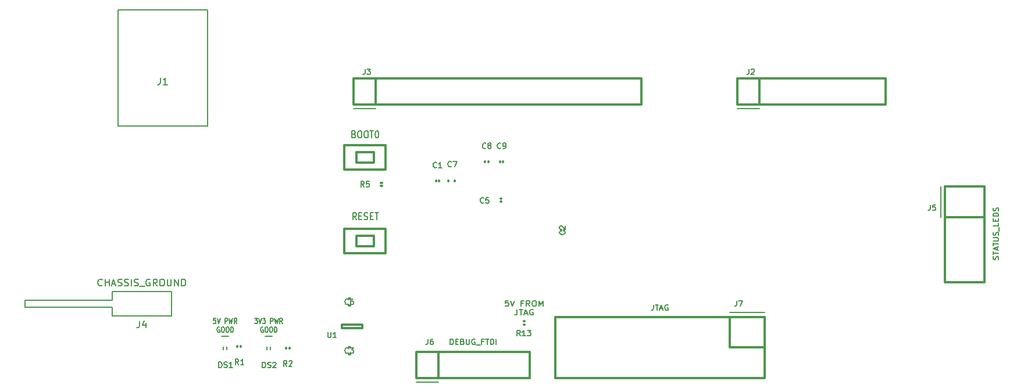
<source format=gbr>
G04 #@! TF.FileFunction,Legend,Top*
%FSLAX46Y46*%
G04 Gerber Fmt 4.6, Leading zero omitted, Abs format (unit mm)*
G04 Created by KiCad (PCBNEW 4.0.1-stable) date 6/6/2016 8:09:37 PM*
%MOMM*%
G01*
G04 APERTURE LIST*
%ADD10C,0.100000*%
%ADD11C,0.152400*%
%ADD12C,0.350000*%
%ADD13C,0.150000*%
%ADD14C,0.203200*%
G04 APERTURE END LIST*
D10*
D11*
X160316334Y-63552735D02*
X159893001Y-63552735D01*
X159850667Y-63939783D01*
X159893001Y-63901078D01*
X159977667Y-63862373D01*
X160189334Y-63862373D01*
X160274001Y-63901078D01*
X160316334Y-63939783D01*
X160358667Y-64017192D01*
X160358667Y-64210716D01*
X160316334Y-64288126D01*
X160274001Y-64326830D01*
X160189334Y-64365535D01*
X159977667Y-64365535D01*
X159893001Y-64326830D01*
X159850667Y-64288126D01*
X160612668Y-63552735D02*
X160909001Y-64365535D01*
X161205334Y-63552735D01*
X162475334Y-63939783D02*
X162179001Y-63939783D01*
X162179001Y-64365535D02*
X162179001Y-63552735D01*
X162602334Y-63552735D01*
X163449001Y-64365535D02*
X163152667Y-63978488D01*
X162941001Y-64365535D02*
X162941001Y-63552735D01*
X163279667Y-63552735D01*
X163364334Y-63591440D01*
X163406667Y-63630145D01*
X163449001Y-63707554D01*
X163449001Y-63823669D01*
X163406667Y-63901078D01*
X163364334Y-63939783D01*
X163279667Y-63978488D01*
X162941001Y-63978488D01*
X163999334Y-63552735D02*
X164168667Y-63552735D01*
X164253334Y-63591440D01*
X164338001Y-63668850D01*
X164380334Y-63823669D01*
X164380334Y-64094602D01*
X164338001Y-64249421D01*
X164253334Y-64326830D01*
X164168667Y-64365535D01*
X163999334Y-64365535D01*
X163914667Y-64326830D01*
X163830001Y-64249421D01*
X163787667Y-64094602D01*
X163787667Y-63823669D01*
X163830001Y-63668850D01*
X163914667Y-63591440D01*
X163999334Y-63552735D01*
X164761334Y-64365535D02*
X164761334Y-63552735D01*
X165057667Y-64133307D01*
X165354000Y-63552735D01*
X165354000Y-64365535D01*
X161586334Y-64843055D02*
X161586334Y-65423627D01*
X161544000Y-65539741D01*
X161459334Y-65617150D01*
X161332334Y-65655855D01*
X161247667Y-65655855D01*
X161882667Y-64843055D02*
X162390667Y-64843055D01*
X162136667Y-65655855D02*
X162136667Y-64843055D01*
X162644666Y-65423627D02*
X163068000Y-65423627D01*
X162560000Y-65655855D02*
X162856333Y-64843055D01*
X163152666Y-65655855D01*
X163914666Y-64881760D02*
X163830000Y-64843055D01*
X163703000Y-64843055D01*
X163576000Y-64881760D01*
X163491333Y-64959170D01*
X163449000Y-65036579D01*
X163406666Y-65191398D01*
X163406666Y-65307512D01*
X163449000Y-65462331D01*
X163491333Y-65539741D01*
X163576000Y-65617150D01*
X163703000Y-65655855D01*
X163787666Y-65655855D01*
X163914666Y-65617150D01*
X163957000Y-65578446D01*
X163957000Y-65307512D01*
X163787666Y-65307512D01*
X117701785Y-66092735D02*
X117399404Y-66092735D01*
X117369166Y-66479783D01*
X117399404Y-66441078D01*
X117459881Y-66402373D01*
X117611071Y-66402373D01*
X117671547Y-66441078D01*
X117701785Y-66479783D01*
X117732024Y-66557192D01*
X117732024Y-66750716D01*
X117701785Y-66828126D01*
X117671547Y-66866830D01*
X117611071Y-66905535D01*
X117459881Y-66905535D01*
X117399404Y-66866830D01*
X117369166Y-66828126D01*
X117913452Y-66092735D02*
X118125119Y-66905535D01*
X118336786Y-66092735D01*
X119032262Y-66905535D02*
X119032262Y-66092735D01*
X119274167Y-66092735D01*
X119334643Y-66131440D01*
X119364882Y-66170145D01*
X119395120Y-66247554D01*
X119395120Y-66363669D01*
X119364882Y-66441078D01*
X119334643Y-66479783D01*
X119274167Y-66518488D01*
X119032262Y-66518488D01*
X119606786Y-66092735D02*
X119757977Y-66905535D01*
X119878929Y-66324964D01*
X119999882Y-66905535D01*
X120151072Y-66092735D01*
X120755834Y-66905535D02*
X120544167Y-66518488D01*
X120392976Y-66905535D02*
X120392976Y-66092735D01*
X120634881Y-66092735D01*
X120695357Y-66131440D01*
X120725596Y-66170145D01*
X120755834Y-66247554D01*
X120755834Y-66363669D01*
X120725596Y-66441078D01*
X120695357Y-66479783D01*
X120634881Y-66518488D01*
X120392976Y-66518488D01*
X118246072Y-67421760D02*
X118185595Y-67383055D01*
X118094881Y-67383055D01*
X118004167Y-67421760D01*
X117943691Y-67499170D01*
X117913452Y-67576579D01*
X117883214Y-67731398D01*
X117883214Y-67847512D01*
X117913452Y-68002331D01*
X117943691Y-68079741D01*
X118004167Y-68157150D01*
X118094881Y-68195855D01*
X118155357Y-68195855D01*
X118246072Y-68157150D01*
X118276310Y-68118446D01*
X118276310Y-67847512D01*
X118155357Y-67847512D01*
X118669405Y-67383055D02*
X118790357Y-67383055D01*
X118850833Y-67421760D01*
X118911310Y-67499170D01*
X118941548Y-67653989D01*
X118941548Y-67924922D01*
X118911310Y-68079741D01*
X118850833Y-68157150D01*
X118790357Y-68195855D01*
X118669405Y-68195855D01*
X118608929Y-68157150D01*
X118548452Y-68079741D01*
X118518214Y-67924922D01*
X118518214Y-67653989D01*
X118548452Y-67499170D01*
X118608929Y-67421760D01*
X118669405Y-67383055D01*
X119334643Y-67383055D02*
X119455595Y-67383055D01*
X119516071Y-67421760D01*
X119576548Y-67499170D01*
X119606786Y-67653989D01*
X119606786Y-67924922D01*
X119576548Y-68079741D01*
X119516071Y-68157150D01*
X119455595Y-68195855D01*
X119334643Y-68195855D01*
X119274167Y-68157150D01*
X119213690Y-68079741D01*
X119183452Y-67924922D01*
X119183452Y-67653989D01*
X119213690Y-67499170D01*
X119274167Y-67421760D01*
X119334643Y-67383055D01*
X119878928Y-68195855D02*
X119878928Y-67383055D01*
X120030119Y-67383055D01*
X120120833Y-67421760D01*
X120181309Y-67499170D01*
X120211548Y-67576579D01*
X120241786Y-67731398D01*
X120241786Y-67847512D01*
X120211548Y-68002331D01*
X120181309Y-68079741D01*
X120120833Y-68157150D01*
X120030119Y-68195855D01*
X119878928Y-68195855D01*
X123386547Y-66092735D02*
X123779643Y-66092735D01*
X123567976Y-66402373D01*
X123658690Y-66402373D01*
X123719166Y-66441078D01*
X123749404Y-66479783D01*
X123779643Y-66557192D01*
X123779643Y-66750716D01*
X123749404Y-66828126D01*
X123719166Y-66866830D01*
X123658690Y-66905535D01*
X123477262Y-66905535D01*
X123416785Y-66866830D01*
X123386547Y-66828126D01*
X123961071Y-66092735D02*
X124172738Y-66905535D01*
X124384405Y-66092735D01*
X124535595Y-66092735D02*
X124928691Y-66092735D01*
X124717024Y-66402373D01*
X124807738Y-66402373D01*
X124868214Y-66441078D01*
X124898452Y-66479783D01*
X124928691Y-66557192D01*
X124928691Y-66750716D01*
X124898452Y-66828126D01*
X124868214Y-66866830D01*
X124807738Y-66905535D01*
X124626310Y-66905535D01*
X124565833Y-66866830D01*
X124535595Y-66828126D01*
X125684643Y-66905535D02*
X125684643Y-66092735D01*
X125926548Y-66092735D01*
X125987024Y-66131440D01*
X126017263Y-66170145D01*
X126047501Y-66247554D01*
X126047501Y-66363669D01*
X126017263Y-66441078D01*
X125987024Y-66479783D01*
X125926548Y-66518488D01*
X125684643Y-66518488D01*
X126259167Y-66092735D02*
X126410358Y-66905535D01*
X126531310Y-66324964D01*
X126652263Y-66905535D01*
X126803453Y-66092735D01*
X127408215Y-66905535D02*
X127196548Y-66518488D01*
X127045357Y-66905535D02*
X127045357Y-66092735D01*
X127287262Y-66092735D01*
X127347738Y-66131440D01*
X127377977Y-66170145D01*
X127408215Y-66247554D01*
X127408215Y-66363669D01*
X127377977Y-66441078D01*
X127347738Y-66479783D01*
X127287262Y-66518488D01*
X127045357Y-66518488D01*
X124596072Y-67421760D02*
X124535595Y-67383055D01*
X124444881Y-67383055D01*
X124354167Y-67421760D01*
X124293691Y-67499170D01*
X124263452Y-67576579D01*
X124233214Y-67731398D01*
X124233214Y-67847512D01*
X124263452Y-68002331D01*
X124293691Y-68079741D01*
X124354167Y-68157150D01*
X124444881Y-68195855D01*
X124505357Y-68195855D01*
X124596072Y-68157150D01*
X124626310Y-68118446D01*
X124626310Y-67847512D01*
X124505357Y-67847512D01*
X125019405Y-67383055D02*
X125140357Y-67383055D01*
X125200833Y-67421760D01*
X125261310Y-67499170D01*
X125291548Y-67653989D01*
X125291548Y-67924922D01*
X125261310Y-68079741D01*
X125200833Y-68157150D01*
X125140357Y-68195855D01*
X125019405Y-68195855D01*
X124958929Y-68157150D01*
X124898452Y-68079741D01*
X124868214Y-67924922D01*
X124868214Y-67653989D01*
X124898452Y-67499170D01*
X124958929Y-67421760D01*
X125019405Y-67383055D01*
X125684643Y-67383055D02*
X125805595Y-67383055D01*
X125866071Y-67421760D01*
X125926548Y-67499170D01*
X125956786Y-67653989D01*
X125956786Y-67924922D01*
X125926548Y-68079741D01*
X125866071Y-68157150D01*
X125805595Y-68195855D01*
X125684643Y-68195855D01*
X125624167Y-68157150D01*
X125563690Y-68079741D01*
X125533452Y-67924922D01*
X125533452Y-67653989D01*
X125563690Y-67499170D01*
X125624167Y-67421760D01*
X125684643Y-67383055D01*
X126228928Y-68195855D02*
X126228928Y-67383055D01*
X126380119Y-67383055D01*
X126470833Y-67421760D01*
X126531309Y-67499170D01*
X126561548Y-67576579D01*
X126591786Y-67731398D01*
X126591786Y-67847512D01*
X126561548Y-68002331D01*
X126531309Y-68079741D01*
X126470833Y-68157150D01*
X126380119Y-68195855D01*
X126228928Y-68195855D01*
D12*
X197612000Y-74803000D02*
X167132000Y-74803000D01*
X167132000Y-74803000D02*
X167132000Y-65913000D01*
X167132000Y-65913000D02*
X197612000Y-65913000D01*
X197612000Y-65913000D02*
X197612000Y-74803000D01*
X197612000Y-70358000D02*
X192532000Y-70358000D01*
X192532000Y-70358000D02*
X192532000Y-65913000D01*
D13*
X197612000Y-65278000D02*
X192532000Y-65278000D01*
D12*
X150208000Y-46147000D02*
X150208000Y-46055000D01*
X150208000Y-46055000D02*
X150208000Y-46147000D01*
X149766000Y-46147000D02*
X149766000Y-46055000D01*
X149766000Y-46055000D02*
X149766000Y-46147000D01*
X167990500Y-53230500D02*
X167990500Y-53322500D01*
X167990500Y-53322500D02*
X167990500Y-53230500D01*
X168432500Y-53230500D02*
X168432500Y-53322500D01*
X168432500Y-53322500D02*
X168432500Y-53230500D01*
X137089000Y-71337000D02*
X137231000Y-71337000D01*
X137231000Y-71337000D02*
X137089000Y-71337000D01*
X137089000Y-70395000D02*
X137231000Y-70395000D01*
X137231000Y-70395000D02*
X137089000Y-70395000D01*
X159212000Y-49116000D02*
X159304000Y-49116000D01*
X159304000Y-49116000D02*
X159212000Y-49116000D01*
X159212000Y-48674000D02*
X159304000Y-48674000D01*
X159304000Y-48674000D02*
X159212000Y-48674000D01*
X137089000Y-64225000D02*
X137231000Y-64225000D01*
X137231000Y-64225000D02*
X137089000Y-64225000D01*
X137089000Y-63283000D02*
X137231000Y-63283000D01*
X137231000Y-63283000D02*
X137089000Y-63283000D01*
X151548000Y-46030000D02*
X151548000Y-46172000D01*
X151548000Y-46172000D02*
X151548000Y-46030000D01*
X152490000Y-46030000D02*
X152490000Y-46172000D01*
X152490000Y-46172000D02*
X152490000Y-46030000D01*
X156941500Y-43261000D02*
X156941500Y-43353000D01*
X156941500Y-43353000D02*
X156941500Y-43261000D01*
X157383500Y-43261000D02*
X157383500Y-43353000D01*
X157383500Y-43353000D02*
X157383500Y-43261000D01*
X159100500Y-43261000D02*
X159100500Y-43353000D01*
X159100500Y-43353000D02*
X159100500Y-43261000D01*
X159542500Y-43261000D02*
X159542500Y-43353000D01*
X159542500Y-43353000D02*
X159542500Y-43261000D01*
D13*
X118812500Y-70735000D02*
X118812500Y-70235000D01*
X119312500Y-70235000D02*
X119312500Y-70735000D01*
X119562500Y-68735000D02*
X118562500Y-68735000D01*
X125162500Y-70735000D02*
X125162500Y-70235000D01*
X125662500Y-70235000D02*
X125662500Y-70735000D01*
X125912500Y-68735000D02*
X124912500Y-68735000D01*
D12*
X193675000Y-31115000D02*
X215265000Y-31115000D01*
X215265000Y-31115000D02*
X215265000Y-34925000D01*
X215265000Y-34925000D02*
X193675000Y-34925000D01*
X193675000Y-34925000D02*
X193675000Y-31115000D01*
X196850000Y-31115000D02*
X196850000Y-34925000D01*
D13*
X193675000Y-35560000D02*
X196850000Y-35560000D01*
D12*
X137795000Y-31115000D02*
X179705000Y-31115000D01*
X179705000Y-31115000D02*
X179705000Y-34925000D01*
X179705000Y-34925000D02*
X137795000Y-34925000D01*
X137795000Y-34925000D02*
X137795000Y-31115000D01*
X140970000Y-31115000D02*
X140970000Y-34925000D01*
D13*
X137795000Y-35560000D02*
X140970000Y-35560000D01*
D12*
X229600000Y-46905000D02*
X229600000Y-60875000D01*
X229600000Y-60875000D02*
X223885000Y-60875000D01*
X223885000Y-60875000D02*
X223885000Y-46905000D01*
X223885000Y-46905000D02*
X229600000Y-46905000D01*
X229600000Y-51350000D02*
X223885000Y-51350000D01*
D13*
X223250000Y-46905000D02*
X223250000Y-51350000D01*
D12*
X146939000Y-70993000D02*
X163449000Y-70993000D01*
X163449000Y-70993000D02*
X163449000Y-74803000D01*
X163449000Y-74803000D02*
X146939000Y-74803000D01*
X146939000Y-74803000D02*
X146939000Y-70993000D01*
X150114000Y-70993000D02*
X150114000Y-74803000D01*
D13*
X146939000Y-75438000D02*
X150114000Y-75438000D01*
D12*
X120848500Y-70160000D02*
X120848500Y-70302000D01*
X120848500Y-70302000D02*
X120848500Y-70160000D01*
X121340500Y-70160000D02*
X121340500Y-70302000D01*
X121340500Y-70302000D02*
X121340500Y-70160000D01*
X127960500Y-70414000D02*
X127960500Y-70556000D01*
X127960500Y-70556000D02*
X127960500Y-70414000D01*
X128452500Y-70414000D02*
X128452500Y-70556000D01*
X128452500Y-70556000D02*
X128452500Y-70414000D01*
X141930000Y-46363000D02*
X141788000Y-46363000D01*
X141788000Y-46363000D02*
X141930000Y-46363000D01*
X141930000Y-46855000D02*
X141788000Y-46855000D01*
X141788000Y-46855000D02*
X141930000Y-46855000D01*
X162694500Y-66556000D02*
X162552500Y-66556000D01*
X162552500Y-66556000D02*
X162694500Y-66556000D01*
X162694500Y-67048000D02*
X162552500Y-67048000D01*
X162552500Y-67048000D02*
X162694500Y-67048000D01*
X140696000Y-41922000D02*
X140696000Y-43422000D01*
X138196000Y-41922000D02*
X140696000Y-41922000D01*
X138196000Y-43422000D02*
X138196000Y-41922000D01*
X140696000Y-43422000D02*
X138196000Y-43422000D01*
X142446000Y-40922000D02*
X142446000Y-44422000D01*
X136446000Y-40922000D02*
X142446000Y-40922000D01*
X136446000Y-44422000D02*
X136446000Y-40922000D01*
X142446000Y-44422000D02*
X136446000Y-44422000D01*
X138196000Y-55614000D02*
X138196000Y-54114000D01*
X140696000Y-55614000D02*
X138196000Y-55614000D01*
X140696000Y-54114000D02*
X140696000Y-55614000D01*
X138196000Y-54114000D02*
X140696000Y-54114000D01*
X136446000Y-56614000D02*
X136446000Y-53114000D01*
X142446000Y-56614000D02*
X136446000Y-56614000D01*
X142446000Y-53114000D02*
X142446000Y-56614000D01*
X136446000Y-53114000D02*
X142446000Y-53114000D01*
X136041000Y-67560000D02*
X136041000Y-67060000D01*
X136041000Y-67060000D02*
X139041000Y-67060000D01*
X139041000Y-67060000D02*
X139041000Y-67560000D01*
X139041000Y-67560000D02*
X136041000Y-67560000D01*
D13*
X116482000Y-38123000D02*
X116482000Y-21123000D01*
X103482000Y-21123000D02*
X103482000Y-38123000D01*
X109982000Y-21123000D02*
X103482000Y-21123000D01*
X109982000Y-21123000D02*
X116482000Y-21123000D01*
X109982000Y-38123000D02*
X103482000Y-38123000D01*
X109982000Y-38123000D02*
X116482000Y-38123000D01*
X102616000Y-63500000D02*
X89916000Y-63500000D01*
X89916000Y-63500000D02*
X89916000Y-64516000D01*
X89916000Y-64516000D02*
X102616000Y-64516000D01*
X102616000Y-63246000D02*
X102616000Y-63500000D01*
X106934000Y-62230000D02*
X102616000Y-62230000D01*
X102616000Y-62230000D02*
X102616000Y-63246000D01*
X102616000Y-65786000D02*
X102616000Y-64516000D01*
X106934000Y-62230000D02*
X111252000Y-62230000D01*
X111252000Y-62230000D02*
X111252000Y-65786000D01*
X111252000Y-65786000D02*
X102616000Y-65786000D01*
X193535334Y-63569905D02*
X193535334Y-64141333D01*
X193497238Y-64255619D01*
X193421048Y-64331810D01*
X193306762Y-64369905D01*
X193230572Y-64369905D01*
X193840096Y-63569905D02*
X194373429Y-63569905D01*
X194030572Y-64369905D01*
X181438667Y-64141405D02*
X181438667Y-64712833D01*
X181400571Y-64827119D01*
X181324381Y-64903310D01*
X181210095Y-64941405D01*
X181133905Y-64941405D01*
X181705333Y-64141405D02*
X182162476Y-64141405D01*
X181933905Y-64941405D02*
X181933905Y-64141405D01*
X182391048Y-64712833D02*
X182772000Y-64712833D01*
X182314857Y-64941405D02*
X182581524Y-64141405D01*
X182848191Y-64941405D01*
X183533905Y-64179500D02*
X183457714Y-64141405D01*
X183343429Y-64141405D01*
X183229143Y-64179500D01*
X183152952Y-64255690D01*
X183114857Y-64331881D01*
X183076762Y-64484262D01*
X183076762Y-64598548D01*
X183114857Y-64750929D01*
X183152952Y-64827119D01*
X183229143Y-64903310D01*
X183343429Y-64941405D01*
X183419619Y-64941405D01*
X183533905Y-64903310D01*
X183572000Y-64865214D01*
X183572000Y-64598548D01*
X183419619Y-64598548D01*
X149853667Y-44100714D02*
X149815572Y-44138810D01*
X149701286Y-44176905D01*
X149625096Y-44176905D01*
X149510810Y-44138810D01*
X149434619Y-44062619D01*
X149396524Y-43986429D01*
X149358429Y-43834048D01*
X149358429Y-43719762D01*
X149396524Y-43567381D01*
X149434619Y-43491190D01*
X149510810Y-43415000D01*
X149625096Y-43376905D01*
X149701286Y-43376905D01*
X149815572Y-43415000D01*
X149853667Y-43453095D01*
X150615572Y-44176905D02*
X150158429Y-44176905D01*
X150387000Y-44176905D02*
X150387000Y-43376905D01*
X150310810Y-43491190D01*
X150234619Y-43567381D01*
X150158429Y-43605476D01*
X168497214Y-53409833D02*
X168535310Y-53447928D01*
X168573405Y-53562214D01*
X168573405Y-53638404D01*
X168535310Y-53752690D01*
X168459119Y-53828881D01*
X168382929Y-53866976D01*
X168230548Y-53905071D01*
X168116262Y-53905071D01*
X167963881Y-53866976D01*
X167887690Y-53828881D01*
X167811500Y-53752690D01*
X167773405Y-53638404D01*
X167773405Y-53562214D01*
X167811500Y-53447928D01*
X167849595Y-53409833D01*
X167849595Y-53105071D02*
X167811500Y-53066976D01*
X167773405Y-52990785D01*
X167773405Y-52800309D01*
X167811500Y-52724119D01*
X167849595Y-52686023D01*
X167925786Y-52647928D01*
X168001976Y-52647928D01*
X168116262Y-52686023D01*
X168573405Y-53143166D01*
X168573405Y-52647928D01*
X137026667Y-71151714D02*
X136988572Y-71189810D01*
X136874286Y-71227905D01*
X136798096Y-71227905D01*
X136683810Y-71189810D01*
X136607619Y-71113619D01*
X136569524Y-71037429D01*
X136531429Y-70885048D01*
X136531429Y-70770762D01*
X136569524Y-70618381D01*
X136607619Y-70542190D01*
X136683810Y-70466000D01*
X136798096Y-70427905D01*
X136874286Y-70427905D01*
X136988572Y-70466000D01*
X137026667Y-70504095D01*
X137293334Y-70427905D02*
X137788572Y-70427905D01*
X137521905Y-70732667D01*
X137636191Y-70732667D01*
X137712381Y-70770762D01*
X137750477Y-70808857D01*
X137788572Y-70885048D01*
X137788572Y-71075524D01*
X137750477Y-71151714D01*
X137712381Y-71189810D01*
X137636191Y-71227905D01*
X137407619Y-71227905D01*
X137331429Y-71189810D01*
X137293334Y-71151714D01*
X156711667Y-49244214D02*
X156673572Y-49282310D01*
X156559286Y-49320405D01*
X156483096Y-49320405D01*
X156368810Y-49282310D01*
X156292619Y-49206119D01*
X156254524Y-49129929D01*
X156216429Y-48977548D01*
X156216429Y-48863262D01*
X156254524Y-48710881D01*
X156292619Y-48634690D01*
X156368810Y-48558500D01*
X156483096Y-48520405D01*
X156559286Y-48520405D01*
X156673572Y-48558500D01*
X156711667Y-48596595D01*
X157435477Y-48520405D02*
X157054524Y-48520405D01*
X157016429Y-48901357D01*
X157054524Y-48863262D01*
X157130715Y-48825167D01*
X157321191Y-48825167D01*
X157397381Y-48863262D01*
X157435477Y-48901357D01*
X157473572Y-48977548D01*
X157473572Y-49168024D01*
X157435477Y-49244214D01*
X157397381Y-49282310D01*
X157321191Y-49320405D01*
X157130715Y-49320405D01*
X157054524Y-49282310D01*
X157016429Y-49244214D01*
X137026667Y-64039714D02*
X136988572Y-64077810D01*
X136874286Y-64115905D01*
X136798096Y-64115905D01*
X136683810Y-64077810D01*
X136607619Y-64001619D01*
X136569524Y-63925429D01*
X136531429Y-63773048D01*
X136531429Y-63658762D01*
X136569524Y-63506381D01*
X136607619Y-63430190D01*
X136683810Y-63354000D01*
X136798096Y-63315905D01*
X136874286Y-63315905D01*
X136988572Y-63354000D01*
X137026667Y-63392095D01*
X137712381Y-63315905D02*
X137560000Y-63315905D01*
X137483810Y-63354000D01*
X137445715Y-63392095D01*
X137369524Y-63506381D01*
X137331429Y-63658762D01*
X137331429Y-63963524D01*
X137369524Y-64039714D01*
X137407619Y-64077810D01*
X137483810Y-64115905D01*
X137636191Y-64115905D01*
X137712381Y-64077810D01*
X137750477Y-64039714D01*
X137788572Y-63963524D01*
X137788572Y-63773048D01*
X137750477Y-63696857D01*
X137712381Y-63658762D01*
X137636191Y-63620667D01*
X137483810Y-63620667D01*
X137407619Y-63658762D01*
X137369524Y-63696857D01*
X137331429Y-63773048D01*
X152012667Y-43973714D02*
X151974572Y-44011810D01*
X151860286Y-44049905D01*
X151784096Y-44049905D01*
X151669810Y-44011810D01*
X151593619Y-43935619D01*
X151555524Y-43859429D01*
X151517429Y-43707048D01*
X151517429Y-43592762D01*
X151555524Y-43440381D01*
X151593619Y-43364190D01*
X151669810Y-43288000D01*
X151784096Y-43249905D01*
X151860286Y-43249905D01*
X151974572Y-43288000D01*
X152012667Y-43326095D01*
X152279334Y-43249905D02*
X152812667Y-43249905D01*
X152469810Y-44049905D01*
X157029167Y-41306714D02*
X156991072Y-41344810D01*
X156876786Y-41382905D01*
X156800596Y-41382905D01*
X156686310Y-41344810D01*
X156610119Y-41268619D01*
X156572024Y-41192429D01*
X156533929Y-41040048D01*
X156533929Y-40925762D01*
X156572024Y-40773381D01*
X156610119Y-40697190D01*
X156686310Y-40621000D01*
X156800596Y-40582905D01*
X156876786Y-40582905D01*
X156991072Y-40621000D01*
X157029167Y-40659095D01*
X157486310Y-40925762D02*
X157410119Y-40887667D01*
X157372024Y-40849571D01*
X157333929Y-40773381D01*
X157333929Y-40735286D01*
X157372024Y-40659095D01*
X157410119Y-40621000D01*
X157486310Y-40582905D01*
X157638691Y-40582905D01*
X157714881Y-40621000D01*
X157752977Y-40659095D01*
X157791072Y-40735286D01*
X157791072Y-40773381D01*
X157752977Y-40849571D01*
X157714881Y-40887667D01*
X157638691Y-40925762D01*
X157486310Y-40925762D01*
X157410119Y-40963857D01*
X157372024Y-41001952D01*
X157333929Y-41078143D01*
X157333929Y-41230524D01*
X157372024Y-41306714D01*
X157410119Y-41344810D01*
X157486310Y-41382905D01*
X157638691Y-41382905D01*
X157714881Y-41344810D01*
X157752977Y-41306714D01*
X157791072Y-41230524D01*
X157791072Y-41078143D01*
X157752977Y-41001952D01*
X157714881Y-40963857D01*
X157638691Y-40925762D01*
X159188167Y-41306714D02*
X159150072Y-41344810D01*
X159035786Y-41382905D01*
X158959596Y-41382905D01*
X158845310Y-41344810D01*
X158769119Y-41268619D01*
X158731024Y-41192429D01*
X158692929Y-41040048D01*
X158692929Y-40925762D01*
X158731024Y-40773381D01*
X158769119Y-40697190D01*
X158845310Y-40621000D01*
X158959596Y-40582905D01*
X159035786Y-40582905D01*
X159150072Y-40621000D01*
X159188167Y-40659095D01*
X159569119Y-41382905D02*
X159721500Y-41382905D01*
X159797691Y-41344810D01*
X159835786Y-41306714D01*
X159911977Y-41192429D01*
X159950072Y-41040048D01*
X159950072Y-40735286D01*
X159911977Y-40659095D01*
X159873881Y-40621000D01*
X159797691Y-40582905D01*
X159645310Y-40582905D01*
X159569119Y-40621000D01*
X159531024Y-40659095D01*
X159492929Y-40735286D01*
X159492929Y-40925762D01*
X159531024Y-41001952D01*
X159569119Y-41040048D01*
X159645310Y-41078143D01*
X159797691Y-41078143D01*
X159873881Y-41040048D01*
X159911977Y-41001952D01*
X159950072Y-40925762D01*
X118154571Y-73310705D02*
X118154571Y-72510705D01*
X118345047Y-72510705D01*
X118459333Y-72548800D01*
X118535524Y-72624990D01*
X118573619Y-72701181D01*
X118611714Y-72853562D01*
X118611714Y-72967848D01*
X118573619Y-73120229D01*
X118535524Y-73196419D01*
X118459333Y-73272610D01*
X118345047Y-73310705D01*
X118154571Y-73310705D01*
X118916476Y-73272610D02*
X119030762Y-73310705D01*
X119221238Y-73310705D01*
X119297428Y-73272610D01*
X119335524Y-73234514D01*
X119373619Y-73158324D01*
X119373619Y-73082133D01*
X119335524Y-73005943D01*
X119297428Y-72967848D01*
X119221238Y-72929752D01*
X119068857Y-72891657D01*
X118992666Y-72853562D01*
X118954571Y-72815467D01*
X118916476Y-72739276D01*
X118916476Y-72663086D01*
X118954571Y-72586895D01*
X118992666Y-72548800D01*
X119068857Y-72510705D01*
X119259333Y-72510705D01*
X119373619Y-72548800D01*
X120135524Y-73310705D02*
X119678381Y-73310705D01*
X119906952Y-73310705D02*
X119906952Y-72510705D01*
X119830762Y-72624990D01*
X119754571Y-72701181D01*
X119678381Y-72739276D01*
X124504571Y-73323405D02*
X124504571Y-72523405D01*
X124695047Y-72523405D01*
X124809333Y-72561500D01*
X124885524Y-72637690D01*
X124923619Y-72713881D01*
X124961714Y-72866262D01*
X124961714Y-72980548D01*
X124923619Y-73132929D01*
X124885524Y-73209119D01*
X124809333Y-73285310D01*
X124695047Y-73323405D01*
X124504571Y-73323405D01*
X125266476Y-73285310D02*
X125380762Y-73323405D01*
X125571238Y-73323405D01*
X125647428Y-73285310D01*
X125685524Y-73247214D01*
X125723619Y-73171024D01*
X125723619Y-73094833D01*
X125685524Y-73018643D01*
X125647428Y-72980548D01*
X125571238Y-72942452D01*
X125418857Y-72904357D01*
X125342666Y-72866262D01*
X125304571Y-72828167D01*
X125266476Y-72751976D01*
X125266476Y-72675786D01*
X125304571Y-72599595D01*
X125342666Y-72561500D01*
X125418857Y-72523405D01*
X125609333Y-72523405D01*
X125723619Y-72561500D01*
X126028381Y-72599595D02*
X126066476Y-72561500D01*
X126142667Y-72523405D01*
X126333143Y-72523405D01*
X126409333Y-72561500D01*
X126447429Y-72599595D01*
X126485524Y-72675786D01*
X126485524Y-72751976D01*
X126447429Y-72866262D01*
X125990286Y-73323405D01*
X126485524Y-73323405D01*
X195313334Y-29787905D02*
X195313334Y-30359333D01*
X195275238Y-30473619D01*
X195199048Y-30549810D01*
X195084762Y-30587905D01*
X195008572Y-30587905D01*
X195656191Y-29864095D02*
X195694286Y-29826000D01*
X195770477Y-29787905D01*
X195960953Y-29787905D01*
X196037143Y-29826000D01*
X196075239Y-29864095D01*
X196113334Y-29940286D01*
X196113334Y-30016476D01*
X196075239Y-30130762D01*
X195618096Y-30587905D01*
X196113334Y-30587905D01*
X139433334Y-29787905D02*
X139433334Y-30359333D01*
X139395238Y-30473619D01*
X139319048Y-30549810D01*
X139204762Y-30587905D01*
X139128572Y-30587905D01*
X139738096Y-29787905D02*
X140233334Y-29787905D01*
X139966667Y-30092667D01*
X140080953Y-30092667D01*
X140157143Y-30130762D01*
X140195239Y-30168857D01*
X140233334Y-30245048D01*
X140233334Y-30435524D01*
X140195239Y-30511714D01*
X140157143Y-30549810D01*
X140080953Y-30587905D01*
X139852381Y-30587905D01*
X139776191Y-30549810D01*
X139738096Y-30511714D01*
X221729334Y-49599905D02*
X221729334Y-50171333D01*
X221691238Y-50285619D01*
X221615048Y-50361810D01*
X221500762Y-50399905D01*
X221424572Y-50399905D01*
X222491239Y-49599905D02*
X222110286Y-49599905D01*
X222072191Y-49980857D01*
X222110286Y-49942762D01*
X222186477Y-49904667D01*
X222376953Y-49904667D01*
X222453143Y-49942762D01*
X222491239Y-49980857D01*
X222529334Y-50057048D01*
X222529334Y-50247524D01*
X222491239Y-50323714D01*
X222453143Y-50361810D01*
X222376953Y-50399905D01*
X222186477Y-50399905D01*
X222110286Y-50361810D01*
X222072191Y-50323714D01*
X231654310Y-57536881D02*
X231692405Y-57422595D01*
X231692405Y-57232119D01*
X231654310Y-57155929D01*
X231616214Y-57117833D01*
X231540024Y-57079738D01*
X231463833Y-57079738D01*
X231387643Y-57117833D01*
X231349548Y-57155929D01*
X231311452Y-57232119D01*
X231273357Y-57384500D01*
X231235262Y-57460691D01*
X231197167Y-57498786D01*
X231120976Y-57536881D01*
X231044786Y-57536881D01*
X230968595Y-57498786D01*
X230930500Y-57460691D01*
X230892405Y-57384500D01*
X230892405Y-57194024D01*
X230930500Y-57079738D01*
X230892405Y-56851167D02*
X230892405Y-56394024D01*
X231692405Y-56622595D02*
X230892405Y-56622595D01*
X231463833Y-56165452D02*
X231463833Y-55784500D01*
X231692405Y-56241643D02*
X230892405Y-55974976D01*
X231692405Y-55708309D01*
X230892405Y-55555929D02*
X230892405Y-55098786D01*
X231692405Y-55327357D02*
X230892405Y-55327357D01*
X230892405Y-54832119D02*
X231540024Y-54832119D01*
X231616214Y-54794024D01*
X231654310Y-54755928D01*
X231692405Y-54679738D01*
X231692405Y-54527357D01*
X231654310Y-54451166D01*
X231616214Y-54413071D01*
X231540024Y-54374976D01*
X230892405Y-54374976D01*
X231654310Y-54032119D02*
X231692405Y-53917833D01*
X231692405Y-53727357D01*
X231654310Y-53651167D01*
X231616214Y-53613071D01*
X231540024Y-53574976D01*
X231463833Y-53574976D01*
X231387643Y-53613071D01*
X231349548Y-53651167D01*
X231311452Y-53727357D01*
X231273357Y-53879738D01*
X231235262Y-53955929D01*
X231197167Y-53994024D01*
X231120976Y-54032119D01*
X231044786Y-54032119D01*
X230968595Y-53994024D01*
X230930500Y-53955929D01*
X230892405Y-53879738D01*
X230892405Y-53689262D01*
X230930500Y-53574976D01*
X231768595Y-53422595D02*
X231768595Y-52813071D01*
X231692405Y-52241642D02*
X231692405Y-52622595D01*
X230892405Y-52622595D01*
X231273357Y-51974976D02*
X231273357Y-51708309D01*
X231692405Y-51594023D02*
X231692405Y-51974976D01*
X230892405Y-51974976D01*
X230892405Y-51594023D01*
X231692405Y-51251166D02*
X230892405Y-51251166D01*
X230892405Y-51060690D01*
X230930500Y-50946404D01*
X231006690Y-50870213D01*
X231082881Y-50832118D01*
X231235262Y-50794023D01*
X231349548Y-50794023D01*
X231501929Y-50832118D01*
X231578119Y-50870213D01*
X231654310Y-50946404D01*
X231692405Y-51060690D01*
X231692405Y-51251166D01*
X231654310Y-50489261D02*
X231692405Y-50374975D01*
X231692405Y-50184499D01*
X231654310Y-50108309D01*
X231616214Y-50070213D01*
X231540024Y-50032118D01*
X231463833Y-50032118D01*
X231387643Y-50070213D01*
X231349548Y-50108309D01*
X231311452Y-50184499D01*
X231273357Y-50336880D01*
X231235262Y-50413071D01*
X231197167Y-50451166D01*
X231120976Y-50489261D01*
X231044786Y-50489261D01*
X230968595Y-50451166D01*
X230930500Y-50413071D01*
X230892405Y-50336880D01*
X230892405Y-50146404D01*
X230930500Y-50032118D01*
X148577334Y-69157905D02*
X148577334Y-69729333D01*
X148539238Y-69843619D01*
X148463048Y-69919810D01*
X148348762Y-69957905D01*
X148272572Y-69957905D01*
X149301143Y-69157905D02*
X149148762Y-69157905D01*
X149072572Y-69196000D01*
X149034477Y-69234095D01*
X148958286Y-69348381D01*
X148920191Y-69500762D01*
X148920191Y-69805524D01*
X148958286Y-69881714D01*
X148996381Y-69919810D01*
X149072572Y-69957905D01*
X149224953Y-69957905D01*
X149301143Y-69919810D01*
X149339239Y-69881714D01*
X149377334Y-69805524D01*
X149377334Y-69615048D01*
X149339239Y-69538857D01*
X149301143Y-69500762D01*
X149224953Y-69462667D01*
X149072572Y-69462667D01*
X148996381Y-69500762D01*
X148958286Y-69538857D01*
X148920191Y-69615048D01*
X151860667Y-69957905D02*
X151860667Y-69157905D01*
X152051143Y-69157905D01*
X152165429Y-69196000D01*
X152241620Y-69272190D01*
X152279715Y-69348381D01*
X152317810Y-69500762D01*
X152317810Y-69615048D01*
X152279715Y-69767429D01*
X152241620Y-69843619D01*
X152165429Y-69919810D01*
X152051143Y-69957905D01*
X151860667Y-69957905D01*
X152660667Y-69538857D02*
X152927334Y-69538857D01*
X153041620Y-69957905D02*
X152660667Y-69957905D01*
X152660667Y-69157905D01*
X153041620Y-69157905D01*
X153651144Y-69538857D02*
X153765430Y-69576952D01*
X153803525Y-69615048D01*
X153841620Y-69691238D01*
X153841620Y-69805524D01*
X153803525Y-69881714D01*
X153765430Y-69919810D01*
X153689239Y-69957905D01*
X153384477Y-69957905D01*
X153384477Y-69157905D01*
X153651144Y-69157905D01*
X153727334Y-69196000D01*
X153765430Y-69234095D01*
X153803525Y-69310286D01*
X153803525Y-69386476D01*
X153765430Y-69462667D01*
X153727334Y-69500762D01*
X153651144Y-69538857D01*
X153384477Y-69538857D01*
X154184477Y-69157905D02*
X154184477Y-69805524D01*
X154222572Y-69881714D01*
X154260668Y-69919810D01*
X154336858Y-69957905D01*
X154489239Y-69957905D01*
X154565430Y-69919810D01*
X154603525Y-69881714D01*
X154641620Y-69805524D01*
X154641620Y-69157905D01*
X155441620Y-69196000D02*
X155365429Y-69157905D01*
X155251144Y-69157905D01*
X155136858Y-69196000D01*
X155060667Y-69272190D01*
X155022572Y-69348381D01*
X154984477Y-69500762D01*
X154984477Y-69615048D01*
X155022572Y-69767429D01*
X155060667Y-69843619D01*
X155136858Y-69919810D01*
X155251144Y-69957905D01*
X155327334Y-69957905D01*
X155441620Y-69919810D01*
X155479715Y-69881714D01*
X155479715Y-69615048D01*
X155327334Y-69615048D01*
X155632096Y-70034095D02*
X156241620Y-70034095D01*
X156698763Y-69538857D02*
X156432096Y-69538857D01*
X156432096Y-69957905D02*
X156432096Y-69157905D01*
X156813049Y-69157905D01*
X157003524Y-69157905D02*
X157460667Y-69157905D01*
X157232096Y-69957905D02*
X157232096Y-69157905D01*
X157727334Y-69957905D02*
X157727334Y-69157905D01*
X157917810Y-69157905D01*
X158032096Y-69196000D01*
X158108287Y-69272190D01*
X158146382Y-69348381D01*
X158184477Y-69500762D01*
X158184477Y-69615048D01*
X158146382Y-69767429D01*
X158108287Y-69843619D01*
X158032096Y-69919810D01*
X157917810Y-69957905D01*
X157727334Y-69957905D01*
X158527334Y-69957905D02*
X158527334Y-69157905D01*
X121024667Y-72878905D02*
X120758000Y-72497952D01*
X120567524Y-72878905D02*
X120567524Y-72078905D01*
X120872286Y-72078905D01*
X120948477Y-72117000D01*
X120986572Y-72155095D01*
X121024667Y-72231286D01*
X121024667Y-72345571D01*
X120986572Y-72421762D01*
X120948477Y-72459857D01*
X120872286Y-72497952D01*
X120567524Y-72497952D01*
X121786572Y-72878905D02*
X121329429Y-72878905D01*
X121558000Y-72878905D02*
X121558000Y-72078905D01*
X121481810Y-72193190D01*
X121405619Y-72269381D01*
X121329429Y-72307476D01*
X128073167Y-73132905D02*
X127806500Y-72751952D01*
X127616024Y-73132905D02*
X127616024Y-72332905D01*
X127920786Y-72332905D01*
X127996977Y-72371000D01*
X128035072Y-72409095D01*
X128073167Y-72485286D01*
X128073167Y-72599571D01*
X128035072Y-72675762D01*
X127996977Y-72713857D01*
X127920786Y-72751952D01*
X127616024Y-72751952D01*
X128377929Y-72409095D02*
X128416024Y-72371000D01*
X128492215Y-72332905D01*
X128682691Y-72332905D01*
X128758881Y-72371000D01*
X128796977Y-72409095D01*
X128835072Y-72485286D01*
X128835072Y-72561476D01*
X128796977Y-72675762D01*
X128339834Y-73132905D01*
X128835072Y-73132905D01*
X139312667Y-46970905D02*
X139046000Y-46589952D01*
X138855524Y-46970905D02*
X138855524Y-46170905D01*
X139160286Y-46170905D01*
X139236477Y-46209000D01*
X139274572Y-46247095D01*
X139312667Y-46323286D01*
X139312667Y-46437571D01*
X139274572Y-46513762D01*
X139236477Y-46551857D01*
X139160286Y-46589952D01*
X138855524Y-46589952D01*
X140036477Y-46170905D02*
X139655524Y-46170905D01*
X139617429Y-46551857D01*
X139655524Y-46513762D01*
X139731715Y-46475667D01*
X139922191Y-46475667D01*
X139998381Y-46513762D01*
X140036477Y-46551857D01*
X140074572Y-46628048D01*
X140074572Y-46818524D01*
X140036477Y-46894714D01*
X139998381Y-46932810D01*
X139922191Y-46970905D01*
X139731715Y-46970905D01*
X139655524Y-46932810D01*
X139617429Y-46894714D01*
X162045714Y-68687905D02*
X161779047Y-68306952D01*
X161588571Y-68687905D02*
X161588571Y-67887905D01*
X161893333Y-67887905D01*
X161969524Y-67926000D01*
X162007619Y-67964095D01*
X162045714Y-68040286D01*
X162045714Y-68154571D01*
X162007619Y-68230762D01*
X161969524Y-68268857D01*
X161893333Y-68306952D01*
X161588571Y-68306952D01*
X162807619Y-68687905D02*
X162350476Y-68687905D01*
X162579047Y-68687905D02*
X162579047Y-67887905D01*
X162502857Y-68002190D01*
X162426666Y-68078381D01*
X162350476Y-68116476D01*
X163074286Y-67887905D02*
X163569524Y-67887905D01*
X163302857Y-68192667D01*
X163417143Y-68192667D01*
X163493333Y-68230762D01*
X163531429Y-68268857D01*
X163569524Y-68345048D01*
X163569524Y-68535524D01*
X163531429Y-68611714D01*
X163493333Y-68649810D01*
X163417143Y-68687905D01*
X163188571Y-68687905D01*
X163112381Y-68649810D01*
X163074286Y-68611714D01*
D14*
X137816167Y-39297429D02*
X137943167Y-39345810D01*
X137985500Y-39394190D01*
X138027834Y-39490952D01*
X138027834Y-39636095D01*
X137985500Y-39732857D01*
X137943167Y-39781238D01*
X137858500Y-39829619D01*
X137519834Y-39829619D01*
X137519834Y-38813619D01*
X137816167Y-38813619D01*
X137900834Y-38862000D01*
X137943167Y-38910381D01*
X137985500Y-39007143D01*
X137985500Y-39103905D01*
X137943167Y-39200667D01*
X137900834Y-39249048D01*
X137816167Y-39297429D01*
X137519834Y-39297429D01*
X138578167Y-38813619D02*
X138747500Y-38813619D01*
X138832167Y-38862000D01*
X138916834Y-38958762D01*
X138959167Y-39152286D01*
X138959167Y-39490952D01*
X138916834Y-39684476D01*
X138832167Y-39781238D01*
X138747500Y-39829619D01*
X138578167Y-39829619D01*
X138493500Y-39781238D01*
X138408834Y-39684476D01*
X138366500Y-39490952D01*
X138366500Y-39152286D01*
X138408834Y-38958762D01*
X138493500Y-38862000D01*
X138578167Y-38813619D01*
X139509500Y-38813619D02*
X139678833Y-38813619D01*
X139763500Y-38862000D01*
X139848167Y-38958762D01*
X139890500Y-39152286D01*
X139890500Y-39490952D01*
X139848167Y-39684476D01*
X139763500Y-39781238D01*
X139678833Y-39829619D01*
X139509500Y-39829619D01*
X139424833Y-39781238D01*
X139340167Y-39684476D01*
X139297833Y-39490952D01*
X139297833Y-39152286D01*
X139340167Y-38958762D01*
X139424833Y-38862000D01*
X139509500Y-38813619D01*
X140144500Y-38813619D02*
X140652500Y-38813619D01*
X140398500Y-39829619D02*
X140398500Y-38813619D01*
X141118166Y-38813619D02*
X141202833Y-38813619D01*
X141287499Y-38862000D01*
X141329833Y-38910381D01*
X141372166Y-39007143D01*
X141414499Y-39200667D01*
X141414499Y-39442571D01*
X141372166Y-39636095D01*
X141329833Y-39732857D01*
X141287499Y-39781238D01*
X141202833Y-39829619D01*
X141118166Y-39829619D01*
X141033499Y-39781238D01*
X140991166Y-39732857D01*
X140948833Y-39636095D01*
X140906499Y-39442571D01*
X140906499Y-39200667D01*
X140948833Y-39007143D01*
X140991166Y-38910381D01*
X141033499Y-38862000D01*
X141118166Y-38813619D01*
X138154834Y-51767619D02*
X137858500Y-51283810D01*
X137646834Y-51767619D02*
X137646834Y-50751619D01*
X137985500Y-50751619D01*
X138070167Y-50800000D01*
X138112500Y-50848381D01*
X138154834Y-50945143D01*
X138154834Y-51090286D01*
X138112500Y-51187048D01*
X138070167Y-51235429D01*
X137985500Y-51283810D01*
X137646834Y-51283810D01*
X138535834Y-51235429D02*
X138832167Y-51235429D01*
X138959167Y-51767619D02*
X138535834Y-51767619D01*
X138535834Y-50751619D01*
X138959167Y-50751619D01*
X139297833Y-51719238D02*
X139424833Y-51767619D01*
X139636500Y-51767619D01*
X139721167Y-51719238D01*
X139763500Y-51670857D01*
X139805833Y-51574095D01*
X139805833Y-51477333D01*
X139763500Y-51380571D01*
X139721167Y-51332190D01*
X139636500Y-51283810D01*
X139467167Y-51235429D01*
X139382500Y-51187048D01*
X139340167Y-51138667D01*
X139297833Y-51041905D01*
X139297833Y-50945143D01*
X139340167Y-50848381D01*
X139382500Y-50800000D01*
X139467167Y-50751619D01*
X139678833Y-50751619D01*
X139805833Y-50800000D01*
X140186834Y-51235429D02*
X140483167Y-51235429D01*
X140610167Y-51767619D02*
X140186834Y-51767619D01*
X140186834Y-50751619D01*
X140610167Y-50751619D01*
X140864167Y-50751619D02*
X141372167Y-50751619D01*
X141118167Y-51767619D02*
X141118167Y-50751619D01*
D13*
X134010476Y-68141905D02*
X134010476Y-68789524D01*
X134048571Y-68865714D01*
X134086667Y-68903810D01*
X134162857Y-68941905D01*
X134315238Y-68941905D01*
X134391429Y-68903810D01*
X134429524Y-68865714D01*
X134467619Y-68789524D01*
X134467619Y-68141905D01*
X135267619Y-68941905D02*
X134810476Y-68941905D01*
X135039047Y-68941905D02*
X135039047Y-68141905D01*
X134962857Y-68256190D01*
X134886666Y-68332381D01*
X134810476Y-68370476D01*
X109648667Y-31075381D02*
X109648667Y-31789667D01*
X109601047Y-31932524D01*
X109505809Y-32027762D01*
X109362952Y-32075381D01*
X109267714Y-32075381D01*
X110648667Y-32075381D02*
X110077238Y-32075381D01*
X110362952Y-32075381D02*
X110362952Y-31075381D01*
X110267714Y-31218238D01*
X110172476Y-31313476D01*
X110077238Y-31361095D01*
X106600667Y-66508381D02*
X106600667Y-67222667D01*
X106553047Y-67365524D01*
X106457809Y-67460762D01*
X106314952Y-67508381D01*
X106219714Y-67508381D01*
X107505429Y-66841714D02*
X107505429Y-67508381D01*
X107267333Y-66460762D02*
X107029238Y-67175048D01*
X107648286Y-67175048D01*
X101172096Y-61317143D02*
X101124477Y-61364762D01*
X100981620Y-61412381D01*
X100886382Y-61412381D01*
X100743524Y-61364762D01*
X100648286Y-61269524D01*
X100600667Y-61174286D01*
X100553048Y-60983810D01*
X100553048Y-60840952D01*
X100600667Y-60650476D01*
X100648286Y-60555238D01*
X100743524Y-60460000D01*
X100886382Y-60412381D01*
X100981620Y-60412381D01*
X101124477Y-60460000D01*
X101172096Y-60507619D01*
X101600667Y-61412381D02*
X101600667Y-60412381D01*
X101600667Y-60888571D02*
X102172096Y-60888571D01*
X102172096Y-61412381D02*
X102172096Y-60412381D01*
X102600667Y-61126667D02*
X103076858Y-61126667D01*
X102505429Y-61412381D02*
X102838762Y-60412381D01*
X103172096Y-61412381D01*
X103457810Y-61364762D02*
X103600667Y-61412381D01*
X103838763Y-61412381D01*
X103934001Y-61364762D01*
X103981620Y-61317143D01*
X104029239Y-61221905D01*
X104029239Y-61126667D01*
X103981620Y-61031429D01*
X103934001Y-60983810D01*
X103838763Y-60936190D01*
X103648286Y-60888571D01*
X103553048Y-60840952D01*
X103505429Y-60793333D01*
X103457810Y-60698095D01*
X103457810Y-60602857D01*
X103505429Y-60507619D01*
X103553048Y-60460000D01*
X103648286Y-60412381D01*
X103886382Y-60412381D01*
X104029239Y-60460000D01*
X104410191Y-61364762D02*
X104553048Y-61412381D01*
X104791144Y-61412381D01*
X104886382Y-61364762D01*
X104934001Y-61317143D01*
X104981620Y-61221905D01*
X104981620Y-61126667D01*
X104934001Y-61031429D01*
X104886382Y-60983810D01*
X104791144Y-60936190D01*
X104600667Y-60888571D01*
X104505429Y-60840952D01*
X104457810Y-60793333D01*
X104410191Y-60698095D01*
X104410191Y-60602857D01*
X104457810Y-60507619D01*
X104505429Y-60460000D01*
X104600667Y-60412381D01*
X104838763Y-60412381D01*
X104981620Y-60460000D01*
X105410191Y-61412381D02*
X105410191Y-60412381D01*
X105838762Y-61364762D02*
X105981619Y-61412381D01*
X106219715Y-61412381D01*
X106314953Y-61364762D01*
X106362572Y-61317143D01*
X106410191Y-61221905D01*
X106410191Y-61126667D01*
X106362572Y-61031429D01*
X106314953Y-60983810D01*
X106219715Y-60936190D01*
X106029238Y-60888571D01*
X105934000Y-60840952D01*
X105886381Y-60793333D01*
X105838762Y-60698095D01*
X105838762Y-60602857D01*
X105886381Y-60507619D01*
X105934000Y-60460000D01*
X106029238Y-60412381D01*
X106267334Y-60412381D01*
X106410191Y-60460000D01*
X106600667Y-61507619D02*
X107362572Y-61507619D01*
X108124477Y-60460000D02*
X108029239Y-60412381D01*
X107886382Y-60412381D01*
X107743524Y-60460000D01*
X107648286Y-60555238D01*
X107600667Y-60650476D01*
X107553048Y-60840952D01*
X107553048Y-60983810D01*
X107600667Y-61174286D01*
X107648286Y-61269524D01*
X107743524Y-61364762D01*
X107886382Y-61412381D01*
X107981620Y-61412381D01*
X108124477Y-61364762D01*
X108172096Y-61317143D01*
X108172096Y-60983810D01*
X107981620Y-60983810D01*
X109172096Y-61412381D02*
X108838762Y-60936190D01*
X108600667Y-61412381D02*
X108600667Y-60412381D01*
X108981620Y-60412381D01*
X109076858Y-60460000D01*
X109124477Y-60507619D01*
X109172096Y-60602857D01*
X109172096Y-60745714D01*
X109124477Y-60840952D01*
X109076858Y-60888571D01*
X108981620Y-60936190D01*
X108600667Y-60936190D01*
X109791143Y-60412381D02*
X109981620Y-60412381D01*
X110076858Y-60460000D01*
X110172096Y-60555238D01*
X110219715Y-60745714D01*
X110219715Y-61079048D01*
X110172096Y-61269524D01*
X110076858Y-61364762D01*
X109981620Y-61412381D01*
X109791143Y-61412381D01*
X109695905Y-61364762D01*
X109600667Y-61269524D01*
X109553048Y-61079048D01*
X109553048Y-60745714D01*
X109600667Y-60555238D01*
X109695905Y-60460000D01*
X109791143Y-60412381D01*
X110648286Y-60412381D02*
X110648286Y-61221905D01*
X110695905Y-61317143D01*
X110743524Y-61364762D01*
X110838762Y-61412381D01*
X111029239Y-61412381D01*
X111124477Y-61364762D01*
X111172096Y-61317143D01*
X111219715Y-61221905D01*
X111219715Y-60412381D01*
X111695905Y-61412381D02*
X111695905Y-60412381D01*
X112267334Y-61412381D01*
X112267334Y-60412381D01*
X112743524Y-61412381D02*
X112743524Y-60412381D01*
X112981619Y-60412381D01*
X113124477Y-60460000D01*
X113219715Y-60555238D01*
X113267334Y-60650476D01*
X113314953Y-60840952D01*
X113314953Y-60983810D01*
X113267334Y-61174286D01*
X113219715Y-61269524D01*
X113124477Y-61364762D01*
X112981619Y-61412381D01*
X112743524Y-61412381D01*
M02*

</source>
